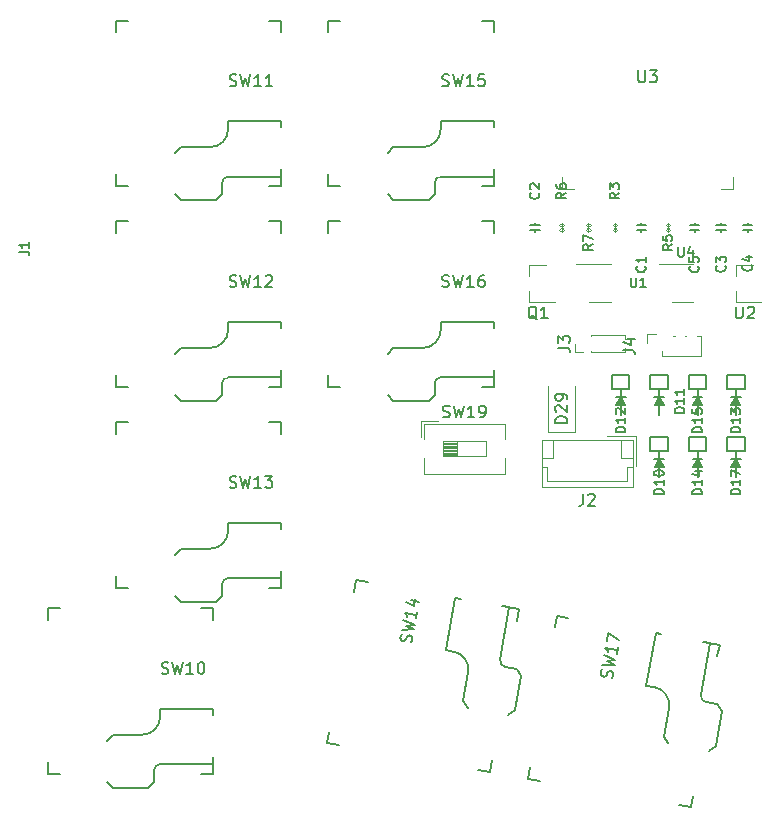
<source format=gbr>
%TF.GenerationSoftware,KiCad,Pcbnew,(5.99.0-11706-g59ad333650)*%
%TF.CreationDate,2021-08-22T22:29:06-05:00*%
%TF.ProjectId,lightwing_prototype,6c696768-7477-4696-9e67-5f70726f746f,rev?*%
%TF.SameCoordinates,Original*%
%TF.FileFunction,Legend,Top*%
%TF.FilePolarity,Positive*%
%FSLAX46Y46*%
G04 Gerber Fmt 4.6, Leading zero omitted, Abs format (unit mm)*
G04 Created by KiCad (PCBNEW (5.99.0-11706-g59ad333650)) date 2021-08-22 22:29:06*
%MOMM*%
%LPD*%
G01*
G04 APERTURE LIST*
%ADD10C,0.150000*%
%ADD11C,0.152400*%
%ADD12C,0.120000*%
%ADD13C,0.160000*%
%ADD14C,0.200000*%
G04 APERTURE END LIST*
D10*
%TO.C,Q1*%
X118154761Y-60797619D02*
X118059523Y-60750000D01*
X117964285Y-60654761D01*
X117821428Y-60511904D01*
X117726190Y-60464285D01*
X117630952Y-60464285D01*
X117678571Y-60702380D02*
X117583333Y-60654761D01*
X117488095Y-60559523D01*
X117440476Y-60369047D01*
X117440476Y-60035714D01*
X117488095Y-59845238D01*
X117583333Y-59750000D01*
X117678571Y-59702380D01*
X117869047Y-59702380D01*
X117964285Y-59750000D01*
X118059523Y-59845238D01*
X118107142Y-60035714D01*
X118107142Y-60369047D01*
X118059523Y-60559523D01*
X117964285Y-60654761D01*
X117869047Y-60702380D01*
X117678571Y-60702380D01*
X119059523Y-60702380D02*
X118488095Y-60702380D01*
X118773809Y-60702380D02*
X118773809Y-59702380D01*
X118678571Y-59845238D01*
X118583333Y-59940476D01*
X118488095Y-59988095D01*
%TO.C,SW19*%
X110190476Y-69044761D02*
X110333333Y-69092380D01*
X110571428Y-69092380D01*
X110666666Y-69044761D01*
X110714285Y-68997142D01*
X110761904Y-68901904D01*
X110761904Y-68806666D01*
X110714285Y-68711428D01*
X110666666Y-68663809D01*
X110571428Y-68616190D01*
X110380952Y-68568571D01*
X110285714Y-68520952D01*
X110238095Y-68473333D01*
X110190476Y-68378095D01*
X110190476Y-68282857D01*
X110238095Y-68187619D01*
X110285714Y-68140000D01*
X110380952Y-68092380D01*
X110619047Y-68092380D01*
X110761904Y-68140000D01*
X111095238Y-68092380D02*
X111333333Y-69092380D01*
X111523809Y-68378095D01*
X111714285Y-69092380D01*
X111952380Y-68092380D01*
X112857142Y-69092380D02*
X112285714Y-69092380D01*
X112571428Y-69092380D02*
X112571428Y-68092380D01*
X112476190Y-68235238D01*
X112380952Y-68330476D01*
X112285714Y-68378095D01*
X113333333Y-69092380D02*
X113523809Y-69092380D01*
X113619047Y-69044761D01*
X113666666Y-68997142D01*
X113761904Y-68854285D01*
X113809523Y-68663809D01*
X113809523Y-68282857D01*
X113761904Y-68187619D01*
X113714285Y-68140000D01*
X113619047Y-68092380D01*
X113428571Y-68092380D01*
X113333333Y-68140000D01*
X113285714Y-68187619D01*
X113238095Y-68282857D01*
X113238095Y-68520952D01*
X113285714Y-68616190D01*
X113333333Y-68663809D01*
X113428571Y-68711428D01*
X113619047Y-68711428D01*
X113714285Y-68663809D01*
X113761904Y-68616190D01*
X113809523Y-68520952D01*
D11*
%TO.C,U4*%
X130130723Y-54654895D02*
X130130723Y-55312876D01*
X130169428Y-55390285D01*
X130208133Y-55428990D01*
X130285542Y-55467695D01*
X130440361Y-55467695D01*
X130517771Y-55428990D01*
X130556476Y-55390285D01*
X130595180Y-55312876D01*
X130595180Y-54654895D01*
X131330571Y-54925828D02*
X131330571Y-55467695D01*
X131137047Y-54616190D02*
X130943523Y-55196761D01*
X131446685Y-55196761D01*
%TO.C,D15*%
X132117695Y-70339416D02*
X131304895Y-70339416D01*
X131304895Y-70145892D01*
X131343600Y-70029778D01*
X131421009Y-69952368D01*
X131498419Y-69913663D01*
X131653238Y-69874959D01*
X131769352Y-69874959D01*
X131924171Y-69913663D01*
X132001580Y-69952368D01*
X132078990Y-70029778D01*
X132117695Y-70145892D01*
X132117695Y-70339416D01*
X132117695Y-69100863D02*
X132117695Y-69565320D01*
X132117695Y-69333092D02*
X131304895Y-69333092D01*
X131421009Y-69410501D01*
X131498419Y-69487911D01*
X131537123Y-69565320D01*
X131304895Y-68365473D02*
X131304895Y-68752520D01*
X131691942Y-68791225D01*
X131653238Y-68752520D01*
X131614533Y-68675111D01*
X131614533Y-68481587D01*
X131653238Y-68404178D01*
X131691942Y-68365473D01*
X131769352Y-68326768D01*
X131962876Y-68326768D01*
X132040285Y-68365473D01*
X132078990Y-68404178D01*
X132117695Y-68481587D01*
X132117695Y-68675111D01*
X132078990Y-68752520D01*
X132040285Y-68791225D01*
D10*
%TO.C,U3*%
X126738095Y-39701380D02*
X126738095Y-40510904D01*
X126785714Y-40606142D01*
X126833333Y-40653761D01*
X126928571Y-40701380D01*
X127119047Y-40701380D01*
X127214285Y-40653761D01*
X127261904Y-40606142D01*
X127309523Y-40510904D01*
X127309523Y-39701380D01*
X127690476Y-39701380D02*
X128309523Y-39701380D01*
X127976190Y-40082333D01*
X128119047Y-40082333D01*
X128214285Y-40129952D01*
X128261904Y-40177571D01*
X128309523Y-40272809D01*
X128309523Y-40510904D01*
X128261904Y-40606142D01*
X128214285Y-40653761D01*
X128119047Y-40701380D01*
X127833333Y-40701380D01*
X127738095Y-40653761D01*
X127690476Y-40606142D01*
%TO.C,SW14*%
X107480199Y-88144049D02*
X107551901Y-88011631D01*
X107593246Y-87777153D01*
X107562888Y-87675093D01*
X107524262Y-87619928D01*
X107438739Y-87556495D01*
X107344948Y-87539957D01*
X107242888Y-87570314D01*
X107187723Y-87608941D01*
X107124290Y-87694463D01*
X107044318Y-87873777D01*
X106980885Y-87959299D01*
X106925720Y-87997926D01*
X106823660Y-88028283D01*
X106729869Y-88011745D01*
X106644347Y-87948312D01*
X106605720Y-87893147D01*
X106575362Y-87791087D01*
X106616707Y-87556609D01*
X106688410Y-87424191D01*
X106699397Y-87087653D02*
X107725549Y-87026823D01*
X107055191Y-86715206D01*
X107791701Y-86651658D01*
X106848238Y-86243532D01*
X107990156Y-85526164D02*
X107890929Y-86088911D01*
X107940542Y-85807537D02*
X106955735Y-85633889D01*
X107079883Y-85752487D01*
X107157137Y-85862816D01*
X107187494Y-85964877D01*
X107482459Y-84566277D02*
X108138997Y-84682043D01*
X107065949Y-84734604D02*
X107728039Y-85093116D01*
X107835535Y-84483473D01*
D11*
%TO.C,D17*%
X135367695Y-75589416D02*
X134554895Y-75589416D01*
X134554895Y-75395892D01*
X134593600Y-75279778D01*
X134671009Y-75202368D01*
X134748419Y-75163663D01*
X134903238Y-75124959D01*
X135019352Y-75124959D01*
X135174171Y-75163663D01*
X135251580Y-75202368D01*
X135328990Y-75279778D01*
X135367695Y-75395892D01*
X135367695Y-75589416D01*
X135367695Y-74350863D02*
X135367695Y-74815320D01*
X135367695Y-74583092D02*
X134554895Y-74583092D01*
X134671009Y-74660501D01*
X134748419Y-74737911D01*
X134787123Y-74815320D01*
X134554895Y-74079930D02*
X134554895Y-73538063D01*
X135367695Y-73886406D01*
D10*
%TO.C,SW17*%
X124480199Y-91144049D02*
X124551901Y-91011631D01*
X124593246Y-90777153D01*
X124562888Y-90675093D01*
X124524262Y-90619928D01*
X124438739Y-90556495D01*
X124344948Y-90539957D01*
X124242888Y-90570314D01*
X124187723Y-90608941D01*
X124124290Y-90694463D01*
X124044318Y-90873777D01*
X123980885Y-90959299D01*
X123925720Y-90997926D01*
X123823660Y-91028283D01*
X123729869Y-91011745D01*
X123644347Y-90948312D01*
X123605720Y-90893147D01*
X123575362Y-90791087D01*
X123616707Y-90556609D01*
X123688410Y-90424191D01*
X123699397Y-90087653D02*
X124725549Y-90026823D01*
X124055191Y-89715206D01*
X124791701Y-89651658D01*
X123848238Y-89243532D01*
X124990156Y-88526164D02*
X124890929Y-89088911D01*
X124940542Y-88807537D02*
X123955735Y-88633889D01*
X124079883Y-88752487D01*
X124157137Y-88862816D01*
X124187494Y-88964877D01*
X124063231Y-88024246D02*
X124178996Y-87367708D01*
X125089384Y-87963416D01*
D11*
%TO.C,C1*%
X127290285Y-56276974D02*
X127328990Y-56315679D01*
X127367695Y-56431793D01*
X127367695Y-56509202D01*
X127328990Y-56625317D01*
X127251580Y-56702726D01*
X127174171Y-56741431D01*
X127019352Y-56780136D01*
X126903238Y-56780136D01*
X126748419Y-56741431D01*
X126671009Y-56702726D01*
X126593600Y-56625317D01*
X126554895Y-56509202D01*
X126554895Y-56431793D01*
X126593600Y-56315679D01*
X126632304Y-56276974D01*
X127367695Y-55502879D02*
X127367695Y-55967336D01*
X127367695Y-55735107D02*
X126554895Y-55735107D01*
X126671009Y-55812517D01*
X126748419Y-55889926D01*
X126787123Y-55967336D01*
%TO.C,D13*%
X135367695Y-70339416D02*
X134554895Y-70339416D01*
X134554895Y-70145892D01*
X134593600Y-70029778D01*
X134671009Y-69952368D01*
X134748419Y-69913663D01*
X134903238Y-69874959D01*
X135019352Y-69874959D01*
X135174171Y-69913663D01*
X135251580Y-69952368D01*
X135328990Y-70029778D01*
X135367695Y-70145892D01*
X135367695Y-70339416D01*
X135367695Y-69100863D02*
X135367695Y-69565320D01*
X135367695Y-69333092D02*
X134554895Y-69333092D01*
X134671009Y-69410501D01*
X134748419Y-69487911D01*
X134787123Y-69565320D01*
X134554895Y-68829930D02*
X134554895Y-68326768D01*
X134864533Y-68597701D01*
X134864533Y-68481587D01*
X134903238Y-68404178D01*
X134941942Y-68365473D01*
X135019352Y-68326768D01*
X135212876Y-68326768D01*
X135290285Y-68365473D01*
X135328990Y-68404178D01*
X135367695Y-68481587D01*
X135367695Y-68713816D01*
X135328990Y-68791225D01*
X135290285Y-68829930D01*
D10*
%TO.C,SW12*%
X92135476Y-57999761D02*
X92278333Y-58047380D01*
X92516428Y-58047380D01*
X92611666Y-57999761D01*
X92659285Y-57952142D01*
X92706904Y-57856904D01*
X92706904Y-57761666D01*
X92659285Y-57666428D01*
X92611666Y-57618809D01*
X92516428Y-57571190D01*
X92325952Y-57523571D01*
X92230714Y-57475952D01*
X92183095Y-57428333D01*
X92135476Y-57333095D01*
X92135476Y-57237857D01*
X92183095Y-57142619D01*
X92230714Y-57095000D01*
X92325952Y-57047380D01*
X92564047Y-57047380D01*
X92706904Y-57095000D01*
X93040238Y-57047380D02*
X93278333Y-58047380D01*
X93468809Y-57333095D01*
X93659285Y-58047380D01*
X93897380Y-57047380D01*
X94802142Y-58047380D02*
X94230714Y-58047380D01*
X94516428Y-58047380D02*
X94516428Y-57047380D01*
X94421190Y-57190238D01*
X94325952Y-57285476D01*
X94230714Y-57333095D01*
X95183095Y-57142619D02*
X95230714Y-57095000D01*
X95325952Y-57047380D01*
X95564047Y-57047380D01*
X95659285Y-57095000D01*
X95706904Y-57142619D01*
X95754523Y-57237857D01*
X95754523Y-57333095D01*
X95706904Y-57475952D01*
X95135476Y-58047380D01*
X95754523Y-58047380D01*
%TO.C,J2*%
X122066666Y-75552380D02*
X122066666Y-76266666D01*
X122019047Y-76409523D01*
X121923809Y-76504761D01*
X121780952Y-76552380D01*
X121685714Y-76552380D01*
X122495238Y-75647619D02*
X122542857Y-75600000D01*
X122638095Y-75552380D01*
X122876190Y-75552380D01*
X122971428Y-75600000D01*
X123019047Y-75647619D01*
X123066666Y-75742857D01*
X123066666Y-75838095D01*
X123019047Y-75980952D01*
X122447619Y-76552380D01*
X123066666Y-76552380D01*
D11*
%TO.C,D11*%
X130617695Y-68707416D02*
X129804895Y-68707416D01*
X129804895Y-68513892D01*
X129843600Y-68397778D01*
X129921009Y-68320368D01*
X129998419Y-68281663D01*
X130153238Y-68242959D01*
X130269352Y-68242959D01*
X130424171Y-68281663D01*
X130501580Y-68320368D01*
X130578990Y-68397778D01*
X130617695Y-68513892D01*
X130617695Y-68707416D01*
X130617695Y-67468863D02*
X130617695Y-67933320D01*
X130617695Y-67701092D02*
X129804895Y-67701092D01*
X129921009Y-67778501D01*
X129998419Y-67855911D01*
X130037123Y-67933320D01*
X130617695Y-66694768D02*
X130617695Y-67159225D01*
X130617695Y-66926997D02*
X129804895Y-66926997D01*
X129921009Y-67004406D01*
X129998419Y-67081816D01*
X130037123Y-67159225D01*
%TO.C,R3*%
X125117695Y-50059959D02*
X124730647Y-50330892D01*
X125117695Y-50524416D02*
X124304895Y-50524416D01*
X124304895Y-50214778D01*
X124343600Y-50137368D01*
X124382304Y-50098663D01*
X124459714Y-50059959D01*
X124575828Y-50059959D01*
X124653238Y-50098663D01*
X124691942Y-50137368D01*
X124730647Y-50214778D01*
X124730647Y-50524416D01*
X124304895Y-49789025D02*
X124304895Y-49285863D01*
X124614533Y-49556797D01*
X124614533Y-49440682D01*
X124653238Y-49363273D01*
X124691942Y-49324568D01*
X124769352Y-49285863D01*
X124962876Y-49285863D01*
X125040285Y-49324568D01*
X125078990Y-49363273D01*
X125117695Y-49440682D01*
X125117695Y-49672911D01*
X125078990Y-49750320D01*
X125040285Y-49789025D01*
D10*
%TO.C,SW13*%
X92135476Y-74999761D02*
X92278333Y-75047380D01*
X92516428Y-75047380D01*
X92611666Y-74999761D01*
X92659285Y-74952142D01*
X92706904Y-74856904D01*
X92706904Y-74761666D01*
X92659285Y-74666428D01*
X92611666Y-74618809D01*
X92516428Y-74571190D01*
X92325952Y-74523571D01*
X92230714Y-74475952D01*
X92183095Y-74428333D01*
X92135476Y-74333095D01*
X92135476Y-74237857D01*
X92183095Y-74142619D01*
X92230714Y-74095000D01*
X92325952Y-74047380D01*
X92564047Y-74047380D01*
X92706904Y-74095000D01*
X93040238Y-74047380D02*
X93278333Y-75047380D01*
X93468809Y-74333095D01*
X93659285Y-75047380D01*
X93897380Y-74047380D01*
X94802142Y-75047380D02*
X94230714Y-75047380D01*
X94516428Y-75047380D02*
X94516428Y-74047380D01*
X94421190Y-74190238D01*
X94325952Y-74285476D01*
X94230714Y-74333095D01*
X95135476Y-74047380D02*
X95754523Y-74047380D01*
X95421190Y-74428333D01*
X95564047Y-74428333D01*
X95659285Y-74475952D01*
X95706904Y-74523571D01*
X95754523Y-74618809D01*
X95754523Y-74856904D01*
X95706904Y-74952142D01*
X95659285Y-74999761D01*
X95564047Y-75047380D01*
X95278333Y-75047380D01*
X95183095Y-74999761D01*
X95135476Y-74952142D01*
D11*
%TO.C,R7*%
X122867695Y-54423959D02*
X122480647Y-54694892D01*
X122867695Y-54888416D02*
X122054895Y-54888416D01*
X122054895Y-54578778D01*
X122093600Y-54501368D01*
X122132304Y-54462663D01*
X122209714Y-54423959D01*
X122325828Y-54423959D01*
X122403238Y-54462663D01*
X122441942Y-54501368D01*
X122480647Y-54578778D01*
X122480647Y-54888416D01*
X122054895Y-54153025D02*
X122054895Y-53611159D01*
X122867695Y-53959501D01*
D10*
%TO.C,J4*%
X125452380Y-63373333D02*
X126166666Y-63373333D01*
X126309523Y-63420952D01*
X126404761Y-63516190D01*
X126452380Y-63659047D01*
X126452380Y-63754285D01*
X125785714Y-62468571D02*
X126452380Y-62468571D01*
X125404761Y-62706666D02*
X126119047Y-62944761D01*
X126119047Y-62325714D01*
%TO.C,SW10*%
X86385476Y-90749761D02*
X86528333Y-90797380D01*
X86766428Y-90797380D01*
X86861666Y-90749761D01*
X86909285Y-90702142D01*
X86956904Y-90606904D01*
X86956904Y-90511666D01*
X86909285Y-90416428D01*
X86861666Y-90368809D01*
X86766428Y-90321190D01*
X86575952Y-90273571D01*
X86480714Y-90225952D01*
X86433095Y-90178333D01*
X86385476Y-90083095D01*
X86385476Y-89987857D01*
X86433095Y-89892619D01*
X86480714Y-89845000D01*
X86575952Y-89797380D01*
X86814047Y-89797380D01*
X86956904Y-89845000D01*
X87290238Y-89797380D02*
X87528333Y-90797380D01*
X87718809Y-90083095D01*
X87909285Y-90797380D01*
X88147380Y-89797380D01*
X89052142Y-90797380D02*
X88480714Y-90797380D01*
X88766428Y-90797380D02*
X88766428Y-89797380D01*
X88671190Y-89940238D01*
X88575952Y-90035476D01*
X88480714Y-90083095D01*
X89671190Y-89797380D02*
X89766428Y-89797380D01*
X89861666Y-89845000D01*
X89909285Y-89892619D01*
X89956904Y-89987857D01*
X90004523Y-90178333D01*
X90004523Y-90416428D01*
X89956904Y-90606904D01*
X89909285Y-90702142D01*
X89861666Y-90749761D01*
X89766428Y-90797380D01*
X89671190Y-90797380D01*
X89575952Y-90749761D01*
X89528333Y-90702142D01*
X89480714Y-90606904D01*
X89433095Y-90416428D01*
X89433095Y-90178333D01*
X89480714Y-89987857D01*
X89528333Y-89892619D01*
X89575952Y-89845000D01*
X89671190Y-89797380D01*
%TO.C,SW11*%
X92135476Y-40999761D02*
X92278333Y-41047380D01*
X92516428Y-41047380D01*
X92611666Y-40999761D01*
X92659285Y-40952142D01*
X92706904Y-40856904D01*
X92706904Y-40761666D01*
X92659285Y-40666428D01*
X92611666Y-40618809D01*
X92516428Y-40571190D01*
X92325952Y-40523571D01*
X92230714Y-40475952D01*
X92183095Y-40428333D01*
X92135476Y-40333095D01*
X92135476Y-40237857D01*
X92183095Y-40142619D01*
X92230714Y-40095000D01*
X92325952Y-40047380D01*
X92564047Y-40047380D01*
X92706904Y-40095000D01*
X93040238Y-40047380D02*
X93278333Y-41047380D01*
X93468809Y-40333095D01*
X93659285Y-41047380D01*
X93897380Y-40047380D01*
X94802142Y-41047380D02*
X94230714Y-41047380D01*
X94516428Y-41047380D02*
X94516428Y-40047380D01*
X94421190Y-40190238D01*
X94325952Y-40285476D01*
X94230714Y-40333095D01*
X95754523Y-41047380D02*
X95183095Y-41047380D01*
X95468809Y-41047380D02*
X95468809Y-40047380D01*
X95373571Y-40190238D01*
X95278333Y-40285476D01*
X95183095Y-40333095D01*
%TO.C,SW16*%
X110135476Y-57999761D02*
X110278333Y-58047380D01*
X110516428Y-58047380D01*
X110611666Y-57999761D01*
X110659285Y-57952142D01*
X110706904Y-57856904D01*
X110706904Y-57761666D01*
X110659285Y-57666428D01*
X110611666Y-57618809D01*
X110516428Y-57571190D01*
X110325952Y-57523571D01*
X110230714Y-57475952D01*
X110183095Y-57428333D01*
X110135476Y-57333095D01*
X110135476Y-57237857D01*
X110183095Y-57142619D01*
X110230714Y-57095000D01*
X110325952Y-57047380D01*
X110564047Y-57047380D01*
X110706904Y-57095000D01*
X111040238Y-57047380D02*
X111278333Y-58047380D01*
X111468809Y-57333095D01*
X111659285Y-58047380D01*
X111897380Y-57047380D01*
X112802142Y-58047380D02*
X112230714Y-58047380D01*
X112516428Y-58047380D02*
X112516428Y-57047380D01*
X112421190Y-57190238D01*
X112325952Y-57285476D01*
X112230714Y-57333095D01*
X113659285Y-57047380D02*
X113468809Y-57047380D01*
X113373571Y-57095000D01*
X113325952Y-57142619D01*
X113230714Y-57285476D01*
X113183095Y-57475952D01*
X113183095Y-57856904D01*
X113230714Y-57952142D01*
X113278333Y-57999761D01*
X113373571Y-58047380D01*
X113564047Y-58047380D01*
X113659285Y-57999761D01*
X113706904Y-57952142D01*
X113754523Y-57856904D01*
X113754523Y-57618809D01*
X113706904Y-57523571D01*
X113659285Y-57475952D01*
X113564047Y-57428333D01*
X113373571Y-57428333D01*
X113278333Y-57475952D01*
X113230714Y-57523571D01*
X113183095Y-57618809D01*
D11*
%TO.C,C5*%
X131790285Y-56277974D02*
X131828990Y-56316679D01*
X131867695Y-56432793D01*
X131867695Y-56510202D01*
X131828990Y-56626317D01*
X131751580Y-56703726D01*
X131674171Y-56742431D01*
X131519352Y-56781136D01*
X131403238Y-56781136D01*
X131248419Y-56742431D01*
X131171009Y-56703726D01*
X131093600Y-56626317D01*
X131054895Y-56510202D01*
X131054895Y-56432793D01*
X131093600Y-56316679D01*
X131132304Y-56277974D01*
X131054895Y-55542583D02*
X131054895Y-55929631D01*
X131441942Y-55968336D01*
X131403238Y-55929631D01*
X131364533Y-55852221D01*
X131364533Y-55658698D01*
X131403238Y-55581288D01*
X131441942Y-55542583D01*
X131519352Y-55503879D01*
X131712876Y-55503879D01*
X131790285Y-55542583D01*
X131828990Y-55581288D01*
X131867695Y-55658698D01*
X131867695Y-55852221D01*
X131828990Y-55929631D01*
X131790285Y-55968336D01*
%TO.C,D12*%
X125617695Y-70339416D02*
X124804895Y-70339416D01*
X124804895Y-70145892D01*
X124843600Y-70029778D01*
X124921009Y-69952368D01*
X124998419Y-69913663D01*
X125153238Y-69874959D01*
X125269352Y-69874959D01*
X125424171Y-69913663D01*
X125501580Y-69952368D01*
X125578990Y-70029778D01*
X125617695Y-70145892D01*
X125617695Y-70339416D01*
X125617695Y-69100863D02*
X125617695Y-69565320D01*
X125617695Y-69333092D02*
X124804895Y-69333092D01*
X124921009Y-69410501D01*
X124998419Y-69487911D01*
X125037123Y-69565320D01*
X124882304Y-68791225D02*
X124843600Y-68752520D01*
X124804895Y-68675111D01*
X124804895Y-68481587D01*
X124843600Y-68404178D01*
X124882304Y-68365473D01*
X124959714Y-68326768D01*
X125037123Y-68326768D01*
X125153238Y-68365473D01*
X125617695Y-68829930D01*
X125617695Y-68326768D01*
D10*
%TO.C,J3*%
X119942380Y-63173333D02*
X120656666Y-63173333D01*
X120799523Y-63220952D01*
X120894761Y-63316190D01*
X120942380Y-63459047D01*
X120942380Y-63554285D01*
X119942380Y-62792380D02*
X119942380Y-62173333D01*
X120323333Y-62506666D01*
X120323333Y-62363809D01*
X120370952Y-62268571D01*
X120418571Y-62220952D01*
X120513809Y-62173333D01*
X120751904Y-62173333D01*
X120847142Y-62220952D01*
X120894761Y-62268571D01*
X120942380Y-62363809D01*
X120942380Y-62649523D01*
X120894761Y-62744761D01*
X120847142Y-62792380D01*
D11*
%TO.C,R5*%
X129617695Y-54424959D02*
X129230647Y-54695892D01*
X129617695Y-54889416D02*
X128804895Y-54889416D01*
X128804895Y-54579778D01*
X128843600Y-54502368D01*
X128882304Y-54463663D01*
X128959714Y-54424959D01*
X129075828Y-54424959D01*
X129153238Y-54463663D01*
X129191942Y-54502368D01*
X129230647Y-54579778D01*
X129230647Y-54889416D01*
X128804895Y-53689568D02*
X128804895Y-54076616D01*
X129191942Y-54115320D01*
X129153238Y-54076616D01*
X129114533Y-53999206D01*
X129114533Y-53805682D01*
X129153238Y-53728273D01*
X129191942Y-53689568D01*
X129269352Y-53650863D01*
X129462876Y-53650863D01*
X129540285Y-53689568D01*
X129578990Y-53728273D01*
X129617695Y-53805682D01*
X129617695Y-53999206D01*
X129578990Y-54076616D01*
X129540285Y-54115320D01*
%TO.C,D14*%
X132117695Y-75589416D02*
X131304895Y-75589416D01*
X131304895Y-75395892D01*
X131343600Y-75279778D01*
X131421009Y-75202368D01*
X131498419Y-75163663D01*
X131653238Y-75124959D01*
X131769352Y-75124959D01*
X131924171Y-75163663D01*
X132001580Y-75202368D01*
X132078990Y-75279778D01*
X132117695Y-75395892D01*
X132117695Y-75589416D01*
X132117695Y-74350863D02*
X132117695Y-74815320D01*
X132117695Y-74583092D02*
X131304895Y-74583092D01*
X131421009Y-74660501D01*
X131498419Y-74737911D01*
X131537123Y-74815320D01*
X131575828Y-73654178D02*
X132117695Y-73654178D01*
X131266190Y-73847701D02*
X131846761Y-74041225D01*
X131846761Y-73538063D01*
%TO.C,C3*%
X134040285Y-56241959D02*
X134078990Y-56280663D01*
X134117695Y-56396778D01*
X134117695Y-56474187D01*
X134078990Y-56590301D01*
X134001580Y-56667711D01*
X133924171Y-56706416D01*
X133769352Y-56745120D01*
X133653238Y-56745120D01*
X133498419Y-56706416D01*
X133421009Y-56667711D01*
X133343600Y-56590301D01*
X133304895Y-56474187D01*
X133304895Y-56396778D01*
X133343600Y-56280663D01*
X133382304Y-56241959D01*
X133304895Y-55971025D02*
X133304895Y-55467863D01*
X133614533Y-55738797D01*
X133614533Y-55622682D01*
X133653238Y-55545273D01*
X133691942Y-55506568D01*
X133769352Y-55467863D01*
X133962876Y-55467863D01*
X134040285Y-55506568D01*
X134078990Y-55545273D01*
X134117695Y-55622682D01*
X134117695Y-55854911D01*
X134078990Y-55932320D01*
X134040285Y-55971025D01*
D10*
%TO.C,SW15*%
X110135476Y-40999761D02*
X110278333Y-41047380D01*
X110516428Y-41047380D01*
X110611666Y-40999761D01*
X110659285Y-40952142D01*
X110706904Y-40856904D01*
X110706904Y-40761666D01*
X110659285Y-40666428D01*
X110611666Y-40618809D01*
X110516428Y-40571190D01*
X110325952Y-40523571D01*
X110230714Y-40475952D01*
X110183095Y-40428333D01*
X110135476Y-40333095D01*
X110135476Y-40237857D01*
X110183095Y-40142619D01*
X110230714Y-40095000D01*
X110325952Y-40047380D01*
X110564047Y-40047380D01*
X110706904Y-40095000D01*
X111040238Y-40047380D02*
X111278333Y-41047380D01*
X111468809Y-40333095D01*
X111659285Y-41047380D01*
X111897380Y-40047380D01*
X112802142Y-41047380D02*
X112230714Y-41047380D01*
X112516428Y-41047380D02*
X112516428Y-40047380D01*
X112421190Y-40190238D01*
X112325952Y-40285476D01*
X112230714Y-40333095D01*
X113706904Y-40047380D02*
X113230714Y-40047380D01*
X113183095Y-40523571D01*
X113230714Y-40475952D01*
X113325952Y-40428333D01*
X113564047Y-40428333D01*
X113659285Y-40475952D01*
X113706904Y-40523571D01*
X113754523Y-40618809D01*
X113754523Y-40856904D01*
X113706904Y-40952142D01*
X113659285Y-40999761D01*
X113564047Y-41047380D01*
X113325952Y-41047380D01*
X113230714Y-40999761D01*
X113183095Y-40952142D01*
D11*
%TO.C,U1*%
X126080723Y-57254895D02*
X126080723Y-57912876D01*
X126119428Y-57990285D01*
X126158133Y-58028990D01*
X126235542Y-58067695D01*
X126390361Y-58067695D01*
X126467771Y-58028990D01*
X126506476Y-57990285D01*
X126545180Y-57912876D01*
X126545180Y-57254895D01*
X127357980Y-58067695D02*
X126893523Y-58067695D01*
X127125752Y-58067695D02*
X127125752Y-57254895D01*
X127048342Y-57371009D01*
X126970933Y-57448419D01*
X126893523Y-57487123D01*
D10*
%TO.C,U2*%
X134988095Y-59702380D02*
X134988095Y-60511904D01*
X135035714Y-60607142D01*
X135083333Y-60654761D01*
X135178571Y-60702380D01*
X135369047Y-60702380D01*
X135464285Y-60654761D01*
X135511904Y-60607142D01*
X135559523Y-60511904D01*
X135559523Y-59702380D01*
X135988095Y-59797619D02*
X136035714Y-59750000D01*
X136130952Y-59702380D01*
X136369047Y-59702380D01*
X136464285Y-59750000D01*
X136511904Y-59797619D01*
X136559523Y-59892857D01*
X136559523Y-59988095D01*
X136511904Y-60130952D01*
X135940476Y-60702380D01*
X136559523Y-60702380D01*
D11*
%TO.C,J1*%
X74341115Y-55070933D02*
X74921686Y-55070933D01*
X75037800Y-55109638D01*
X75115210Y-55187047D01*
X75153915Y-55303161D01*
X75153915Y-55380571D01*
X75153915Y-54258133D02*
X75153915Y-54722590D01*
X75153915Y-54490361D02*
X74341115Y-54490361D01*
X74457229Y-54567771D01*
X74534639Y-54645180D01*
X74573343Y-54722590D01*
D10*
%TO.C,D29*%
X120702380Y-69564285D02*
X119702380Y-69564285D01*
X119702380Y-69326190D01*
X119750000Y-69183333D01*
X119845238Y-69088095D01*
X119940476Y-69040476D01*
X120130952Y-68992857D01*
X120273809Y-68992857D01*
X120464285Y-69040476D01*
X120559523Y-69088095D01*
X120654761Y-69183333D01*
X120702380Y-69326190D01*
X120702380Y-69564285D01*
X119797619Y-68611904D02*
X119750000Y-68564285D01*
X119702380Y-68469047D01*
X119702380Y-68230952D01*
X119750000Y-68135714D01*
X119797619Y-68088095D01*
X119892857Y-68040476D01*
X119988095Y-68040476D01*
X120130952Y-68088095D01*
X120702380Y-68659523D01*
X120702380Y-68040476D01*
X120702380Y-67564285D02*
X120702380Y-67373809D01*
X120654761Y-67278571D01*
X120607142Y-67230952D01*
X120464285Y-67135714D01*
X120273809Y-67088095D01*
X119892857Y-67088095D01*
X119797619Y-67135714D01*
X119750000Y-67183333D01*
X119702380Y-67278571D01*
X119702380Y-67469047D01*
X119750000Y-67564285D01*
X119797619Y-67611904D01*
X119892857Y-67659523D01*
X120130952Y-67659523D01*
X120226190Y-67611904D01*
X120273809Y-67564285D01*
X120321428Y-67469047D01*
X120321428Y-67278571D01*
X120273809Y-67183333D01*
X120226190Y-67135714D01*
X120130952Y-67088095D01*
D11*
%TO.C,C4*%
X136290285Y-56176974D02*
X136328990Y-56215679D01*
X136367695Y-56331793D01*
X136367695Y-56409202D01*
X136328990Y-56525317D01*
X136251580Y-56602726D01*
X136174171Y-56641431D01*
X136019352Y-56680136D01*
X135903238Y-56680136D01*
X135748419Y-56641431D01*
X135671009Y-56602726D01*
X135593600Y-56525317D01*
X135554895Y-56409202D01*
X135554895Y-56331793D01*
X135593600Y-56215679D01*
X135632304Y-56176974D01*
X135825828Y-55480288D02*
X136367695Y-55480288D01*
X135516190Y-55673812D02*
X136096761Y-55867336D01*
X136096761Y-55364174D01*
%TO.C,D10*%
X128867695Y-75589416D02*
X128054895Y-75589416D01*
X128054895Y-75395892D01*
X128093600Y-75279778D01*
X128171009Y-75202368D01*
X128248419Y-75163663D01*
X128403238Y-75124959D01*
X128519352Y-75124959D01*
X128674171Y-75163663D01*
X128751580Y-75202368D01*
X128828990Y-75279778D01*
X128867695Y-75395892D01*
X128867695Y-75589416D01*
X128867695Y-74350863D02*
X128867695Y-74815320D01*
X128867695Y-74583092D02*
X128054895Y-74583092D01*
X128171009Y-74660501D01*
X128248419Y-74737911D01*
X128287123Y-74815320D01*
X128054895Y-73847701D02*
X128054895Y-73770292D01*
X128093600Y-73692882D01*
X128132304Y-73654178D01*
X128209714Y-73615473D01*
X128364533Y-73576768D01*
X128558057Y-73576768D01*
X128712876Y-73615473D01*
X128790285Y-73654178D01*
X128828990Y-73692882D01*
X128867695Y-73770292D01*
X128867695Y-73847701D01*
X128828990Y-73925111D01*
X128790285Y-73963816D01*
X128712876Y-74002520D01*
X128558057Y-74041225D01*
X128364533Y-74041225D01*
X128209714Y-74002520D01*
X128132304Y-73963816D01*
X128093600Y-73925111D01*
X128054895Y-73847701D01*
%TO.C,R6*%
X120617695Y-50059959D02*
X120230647Y-50330892D01*
X120617695Y-50524416D02*
X119804895Y-50524416D01*
X119804895Y-50214778D01*
X119843600Y-50137368D01*
X119882304Y-50098663D01*
X119959714Y-50059959D01*
X120075828Y-50059959D01*
X120153238Y-50098663D01*
X120191942Y-50137368D01*
X120230647Y-50214778D01*
X120230647Y-50524416D01*
X119804895Y-49363273D02*
X119804895Y-49518092D01*
X119843600Y-49595501D01*
X119882304Y-49634206D01*
X119998419Y-49711616D01*
X120153238Y-49750320D01*
X120462876Y-49750320D01*
X120540285Y-49711616D01*
X120578990Y-49672911D01*
X120617695Y-49595501D01*
X120617695Y-49440682D01*
X120578990Y-49363273D01*
X120540285Y-49324568D01*
X120462876Y-49285863D01*
X120269352Y-49285863D01*
X120191942Y-49324568D01*
X120153238Y-49363273D01*
X120114533Y-49440682D01*
X120114533Y-49595501D01*
X120153238Y-49672911D01*
X120191942Y-49711616D01*
X120269352Y-49750320D01*
%TO.C,C2*%
X118290285Y-50059959D02*
X118328990Y-50098663D01*
X118367695Y-50214778D01*
X118367695Y-50292187D01*
X118328990Y-50408301D01*
X118251580Y-50485711D01*
X118174171Y-50524416D01*
X118019352Y-50563120D01*
X117903238Y-50563120D01*
X117748419Y-50524416D01*
X117671009Y-50485711D01*
X117593600Y-50408301D01*
X117554895Y-50292187D01*
X117554895Y-50214778D01*
X117593600Y-50098663D01*
X117632304Y-50059959D01*
X117632304Y-49750320D02*
X117593600Y-49711616D01*
X117554895Y-49634206D01*
X117554895Y-49440682D01*
X117593600Y-49363273D01*
X117632304Y-49324568D01*
X117709714Y-49285863D01*
X117787123Y-49285863D01*
X117903238Y-49324568D01*
X118367695Y-49789025D01*
X118367695Y-49285863D01*
D12*
%TO.C,Q1*%
X117490000Y-56170000D02*
X117490000Y-57100000D01*
X117490000Y-56170000D02*
X118950000Y-56170000D01*
X117490000Y-59330000D02*
X119650000Y-59330000D01*
X117490000Y-59330000D02*
X117490000Y-58400000D01*
%TO.C,SW19*%
X115410000Y-72550000D02*
X115410000Y-73860000D01*
X113810000Y-72385000D02*
X113810000Y-71115000D01*
X108590000Y-73860000D02*
X115410000Y-73860000D01*
X108590000Y-69640000D02*
X108590000Y-70950000D01*
X110190000Y-72385000D02*
X113810000Y-72385000D01*
X108350000Y-69400000D02*
X109733000Y-69400000D01*
X110190000Y-71475000D02*
X111396667Y-71475000D01*
X110190000Y-71955000D02*
X111396667Y-71955000D01*
X110190000Y-71235000D02*
X111396667Y-71235000D01*
X110190000Y-72075000D02*
X111396667Y-72075000D01*
X108590000Y-72550000D02*
X108590000Y-73860000D01*
X110190000Y-71355000D02*
X111396667Y-71355000D01*
X110190000Y-71715000D02*
X111396667Y-71715000D01*
X108350000Y-69400000D02*
X108350000Y-70783000D01*
X115410000Y-69640000D02*
X115410000Y-70950000D01*
X111396667Y-71115000D02*
X111396667Y-72385000D01*
X110190000Y-71595000D02*
X111396667Y-71595000D01*
X110190000Y-72195000D02*
X111396667Y-72195000D01*
X108590000Y-69640000D02*
X115410000Y-69640000D01*
X110190000Y-72315000D02*
X111396667Y-72315000D01*
X113810000Y-71115000D02*
X110190000Y-71115000D01*
X110190000Y-71115000D02*
X110190000Y-72385000D01*
X110190000Y-71835000D02*
X111396667Y-71835000D01*
%TO.C,U4*%
X131400000Y-56140000D02*
X128450000Y-56140000D01*
X129600000Y-59360000D02*
X131400000Y-59360000D01*
D13*
%TO.C,D15*%
X131369000Y-68004000D02*
X131750000Y-67369000D01*
X131750000Y-67369000D02*
X132131000Y-68004000D01*
X132131000Y-68004000D02*
X131369000Y-68004000D01*
G36*
X132131000Y-68004000D02*
G01*
X131369000Y-68004000D01*
X131750000Y-67369000D01*
X132131000Y-68004000D01*
G37*
X132131000Y-68004000D02*
X131369000Y-68004000D01*
X131750000Y-67369000D01*
X132131000Y-68004000D01*
X132131000Y-68004000D02*
X131369000Y-68004000D01*
X131369000Y-68004000D02*
X131750000Y-67369000D01*
X131750000Y-67369000D02*
X132131000Y-68004000D01*
X132156400Y-67369000D02*
X131343600Y-67369000D01*
X131750000Y-68004000D02*
X131750000Y-68867600D01*
X131750000Y-66708600D02*
X131750000Y-67369000D01*
X131750000Y-66708600D02*
X131750000Y-67369000D01*
X132486600Y-66683200D02*
X131013400Y-66683200D01*
X131750000Y-67369000D02*
X132131000Y-68004000D01*
X132156400Y-67369000D02*
X131343600Y-67369000D01*
X132486600Y-65514800D02*
X132486600Y-66683200D01*
X132131000Y-68004000D02*
X131369000Y-68004000D01*
X131013400Y-65514800D02*
X132486600Y-65514800D01*
X131013400Y-66683200D02*
X131013400Y-65514800D01*
D12*
%TO.C,U3*%
X134750000Y-48749000D02*
X134750000Y-49749000D01*
X133750000Y-49749000D02*
X134750000Y-49749000D01*
X120250000Y-48749000D02*
X120250000Y-49749000D01*
X121250000Y-49749000D02*
X120250000Y-49749000D01*
D10*
%TO.C,SW14*%
X111192749Y-84366818D02*
X111685153Y-84453642D01*
X110411332Y-88798453D02*
X111192749Y-84366818D01*
X100390808Y-96678117D02*
X100564457Y-95693309D01*
X116314951Y-93901127D02*
X116835896Y-90946703D01*
X116609192Y-85321883D02*
X116435543Y-86306691D01*
X115821345Y-85182964D02*
X115039929Y-89614599D01*
X115624384Y-85148235D02*
X116609192Y-85321883D01*
X114351765Y-98124384D02*
X114178117Y-99109192D01*
X115445508Y-90193827D02*
X116430316Y-90367475D01*
X111100698Y-88920007D02*
X110411332Y-88798453D01*
X101375616Y-96851765D02*
X100390808Y-96678117D01*
X114178117Y-99109192D02*
X113193309Y-98935543D01*
X112288896Y-93698938D02*
X111883316Y-93119710D01*
X102821883Y-82890808D02*
X103806691Y-83064457D01*
X102648235Y-83875616D02*
X102821883Y-82890808D01*
X115230461Y-85078776D02*
X115821345Y-85182964D01*
X111883316Y-93119710D02*
X112317437Y-90657691D01*
X115735723Y-94306706D02*
X116314951Y-93901127D01*
X116835896Y-90946703D02*
X116430316Y-90367475D01*
X115039928Y-89614599D02*
G75*
G03*
X115445508Y-90193827I492404J-86824D01*
G01*
X112317436Y-90657691D02*
G75*
G03*
X111100698Y-88920007I-1477211J260473D01*
G01*
D13*
%TO.C,D17*%
X134619000Y-73254000D02*
X135000000Y-72619000D01*
X135000000Y-72619000D02*
X135381000Y-73254000D01*
X135381000Y-73254000D02*
X134619000Y-73254000D01*
G36*
X135381000Y-73254000D02*
G01*
X134619000Y-73254000D01*
X135000000Y-72619000D01*
X135381000Y-73254000D01*
G37*
X135381000Y-73254000D02*
X134619000Y-73254000D01*
X135000000Y-72619000D01*
X135381000Y-73254000D01*
X135406400Y-72619000D02*
X134593600Y-72619000D01*
X134263400Y-70764800D02*
X135736600Y-70764800D01*
X135000000Y-72619000D02*
X135381000Y-73254000D01*
X135381000Y-73254000D02*
X134619000Y-73254000D01*
X135381000Y-73254000D02*
X134619000Y-73254000D01*
X135406400Y-72619000D02*
X134593600Y-72619000D01*
X134263400Y-71933200D02*
X134263400Y-70764800D01*
X134619000Y-73254000D02*
X135000000Y-72619000D01*
X135736600Y-70764800D02*
X135736600Y-71933200D01*
X135000000Y-71958600D02*
X135000000Y-72619000D01*
X135000000Y-73254000D02*
X135000000Y-74117600D01*
X135736600Y-71933200D02*
X134263400Y-71933200D01*
X135000000Y-71958600D02*
X135000000Y-72619000D01*
X135000000Y-72619000D02*
X135381000Y-73254000D01*
D10*
%TO.C,SW17*%
X131178117Y-102109192D02*
X130193309Y-101935543D01*
X128883316Y-96119710D02*
X129317437Y-93657691D01*
X119648235Y-86875616D02*
X119821883Y-85890808D01*
X119821883Y-85890808D02*
X120806691Y-86064457D01*
X128192749Y-87366818D02*
X128685153Y-87453642D01*
X132445508Y-93193827D02*
X133430316Y-93367475D01*
X128100698Y-91920007D02*
X127411332Y-91798453D01*
X117390808Y-99678117D02*
X117564457Y-98693309D01*
X133609192Y-88321883D02*
X133435543Y-89306691D01*
X118375616Y-99851765D02*
X117390808Y-99678117D01*
X127411332Y-91798453D02*
X128192749Y-87366818D01*
X129288896Y-96698938D02*
X128883316Y-96119710D01*
X132735723Y-97306706D02*
X133314951Y-96901127D01*
X132821345Y-88182964D02*
X132039929Y-92614599D01*
X132624384Y-88148235D02*
X133609192Y-88321883D01*
X132230461Y-88078776D02*
X132821345Y-88182964D01*
X131351765Y-101124384D02*
X131178117Y-102109192D01*
X133835896Y-93946703D02*
X133430316Y-93367475D01*
X133314951Y-96901127D02*
X133835896Y-93946703D01*
X132039928Y-92614599D02*
G75*
G03*
X132445508Y-93193827I492404J-86824D01*
G01*
X129317436Y-93657691D02*
G75*
G03*
X128100698Y-91920007I-1477211J260473D01*
G01*
D14*
%TO.C,C1*%
X127400000Y-52799000D02*
X126600000Y-52799000D01*
X127400000Y-53199000D02*
X126600000Y-53199000D01*
X127000000Y-53199000D02*
X127000000Y-53399000D01*
X127000000Y-52599000D02*
X127000000Y-52799000D01*
D13*
%TO.C,D13*%
X135736600Y-66683200D02*
X134263400Y-66683200D01*
X135381000Y-68004000D02*
X134619000Y-68004000D01*
X134619000Y-68004000D02*
X135000000Y-67369000D01*
X134263400Y-65514800D02*
X135736600Y-65514800D01*
X135000000Y-67369000D02*
X135381000Y-68004000D01*
X134263400Y-66683200D02*
X134263400Y-65514800D01*
X135000000Y-66708600D02*
X135000000Y-67369000D01*
X135000000Y-67369000D02*
X135381000Y-68004000D01*
X135406400Y-67369000D02*
X134593600Y-67369000D01*
X135381000Y-68004000D02*
X134619000Y-68004000D01*
X135736600Y-65514800D02*
X135736600Y-66683200D01*
X135000000Y-66708600D02*
X135000000Y-67369000D01*
X135406400Y-67369000D02*
X134593600Y-67369000D01*
X135000000Y-68004000D02*
X135000000Y-68867600D01*
X134619000Y-68004000D02*
X135000000Y-67369000D01*
X135000000Y-67369000D02*
X135381000Y-68004000D01*
X135381000Y-68004000D02*
X134619000Y-68004000D01*
G36*
X135381000Y-68004000D02*
G01*
X134619000Y-68004000D01*
X135000000Y-67369000D01*
X135381000Y-68004000D01*
G37*
X135381000Y-68004000D02*
X134619000Y-68004000D01*
X135000000Y-67369000D01*
X135381000Y-68004000D01*
D10*
%TO.C,SW12*%
X96500000Y-65500000D02*
X96500000Y-66500000D01*
X96500000Y-65700000D02*
X92000000Y-65700000D01*
X91000000Y-67700000D02*
X91500000Y-67200000D01*
X82500000Y-53500000D02*
X82500000Y-52500000D01*
X82500000Y-52500000D02*
X83500000Y-52500000D01*
X87500000Y-63700000D02*
X88000000Y-63200000D01*
X87500000Y-67200000D02*
X88000000Y-67700000D01*
X95500000Y-52500000D02*
X96500000Y-52500000D01*
X83500000Y-66500000D02*
X82500000Y-66500000D01*
X91500000Y-66200000D02*
X91500000Y-67200000D01*
X92000000Y-61700000D02*
X92000000Y-61000000D01*
X96500000Y-65100000D02*
X96500000Y-65700000D01*
X96500000Y-52500000D02*
X96500000Y-53500000D01*
X88000000Y-63200000D02*
X90500000Y-63200000D01*
X96500000Y-66500000D02*
X95500000Y-66500000D01*
X96500000Y-61000000D02*
X96500000Y-61500000D01*
X88000000Y-67700000D02*
X91000000Y-67700000D01*
X82500000Y-66500000D02*
X82500000Y-65500000D01*
X92000000Y-61000000D02*
X96500000Y-61000000D01*
X92000000Y-65700000D02*
G75*
G03*
X91500000Y-66200000I0J-500000D01*
G01*
X90500000Y-63200000D02*
G75*
G03*
X92000000Y-61700000I0J1500000D01*
G01*
D12*
%TO.C,J2*%
X126560000Y-73190000D02*
X126560000Y-70690000D01*
X125760000Y-73300000D02*
X125760000Y-74510000D01*
X118540000Y-70990000D02*
X118540000Y-75010000D01*
X126260000Y-75010000D02*
X126260000Y-70990000D01*
X126260000Y-72490000D02*
X125260000Y-72490000D01*
X126560000Y-70690000D02*
X124060000Y-70690000D01*
X118540000Y-72490000D02*
X119540000Y-72490000D01*
X119040000Y-74510000D02*
X119040000Y-73300000D01*
X126260000Y-73300000D02*
X125760000Y-73300000D01*
X125760000Y-74510000D02*
X119040000Y-74510000D01*
X126260000Y-70990000D02*
X118540000Y-70990000D01*
X119540000Y-72490000D02*
X119540000Y-70990000D01*
X119040000Y-73300000D02*
X118540000Y-73300000D01*
X118540000Y-75010000D02*
X126260000Y-75010000D01*
X125260000Y-72490000D02*
X125260000Y-70990000D01*
D13*
%TO.C,D11*%
X128119000Y-68004000D02*
X128500000Y-67369000D01*
X128500000Y-67369000D02*
X128881000Y-68004000D01*
X128881000Y-68004000D02*
X128119000Y-68004000D01*
G36*
X128881000Y-68004000D02*
G01*
X128119000Y-68004000D01*
X128500000Y-67369000D01*
X128881000Y-68004000D01*
G37*
X128881000Y-68004000D02*
X128119000Y-68004000D01*
X128500000Y-67369000D01*
X128881000Y-68004000D01*
X128906400Y-67369000D02*
X128093600Y-67369000D01*
X128906400Y-67369000D02*
X128093600Y-67369000D01*
X128881000Y-68004000D02*
X128119000Y-68004000D01*
X128500000Y-66708600D02*
X128500000Y-67369000D01*
X127763400Y-65514800D02*
X129236600Y-65514800D01*
X129236600Y-65514800D02*
X129236600Y-66683200D01*
X128119000Y-68004000D02*
X128500000Y-67369000D01*
X128881000Y-68004000D02*
X128119000Y-68004000D01*
X128500000Y-68004000D02*
X128500000Y-68867600D01*
X128500000Y-67369000D02*
X128881000Y-68004000D01*
X128500000Y-67369000D02*
X128881000Y-68004000D01*
X128500000Y-66708600D02*
X128500000Y-67369000D01*
X129236600Y-66683200D02*
X127763400Y-66683200D01*
X127763400Y-66683200D02*
X127763400Y-65514800D01*
D12*
%TO.C,R3*%
X124950000Y-53199000D02*
X124750000Y-52999000D01*
X124950000Y-52799000D02*
X124750000Y-52599000D01*
X124750000Y-52999000D02*
X124950000Y-52799000D01*
X124750000Y-52999000D02*
X124550000Y-53199000D01*
X124550000Y-52799000D02*
X124750000Y-52999000D01*
X124550000Y-53199000D02*
X124750000Y-53399000D01*
X124750000Y-53399000D02*
X124950000Y-53199000D01*
X124750000Y-52599000D02*
X124550000Y-52799000D01*
X124750000Y-53399000D02*
X124750000Y-52599000D01*
D10*
%TO.C,SW13*%
X96500000Y-78000000D02*
X96500000Y-78500000D01*
X87500000Y-80700000D02*
X88000000Y-80200000D01*
X92000000Y-78700000D02*
X92000000Y-78000000D01*
X96500000Y-82700000D02*
X92000000Y-82700000D01*
X87500000Y-84200000D02*
X88000000Y-84700000D01*
X88000000Y-80200000D02*
X90500000Y-80200000D01*
X96500000Y-83500000D02*
X95500000Y-83500000D01*
X82500000Y-83500000D02*
X82500000Y-82500000D01*
X96500000Y-69500000D02*
X96500000Y-70500000D01*
X92000000Y-78000000D02*
X96500000Y-78000000D01*
X96500000Y-82500000D02*
X96500000Y-83500000D01*
X95500000Y-69500000D02*
X96500000Y-69500000D01*
X83500000Y-83500000D02*
X82500000Y-83500000D01*
X96500000Y-82100000D02*
X96500000Y-82700000D01*
X82500000Y-69500000D02*
X83500000Y-69500000D01*
X91500000Y-83200000D02*
X91500000Y-84200000D01*
X91000000Y-84700000D02*
X91500000Y-84200000D01*
X88000000Y-84700000D02*
X91000000Y-84700000D01*
X82500000Y-70500000D02*
X82500000Y-69500000D01*
X90500000Y-80200000D02*
G75*
G03*
X92000000Y-78700000I0J1500000D01*
G01*
X92000000Y-82700000D02*
G75*
G03*
X91500000Y-83200000I0J-500000D01*
G01*
D12*
%TO.C,R7*%
X122500000Y-52999000D02*
X122300000Y-53199000D01*
X122500000Y-52599000D02*
X122300000Y-52799000D01*
X122500000Y-52999000D02*
X122700000Y-52799000D01*
X122700000Y-53199000D02*
X122500000Y-52999000D01*
X122300000Y-53199000D02*
X122500000Y-53399000D01*
X122700000Y-52799000D02*
X122500000Y-52599000D01*
X122300000Y-52799000D02*
X122500000Y-52999000D01*
X122500000Y-53399000D02*
X122700000Y-53199000D01*
X122500000Y-52599000D02*
X122500000Y-53399000D01*
%TO.C,J4*%
X131695898Y-62230000D02*
X132060000Y-62230000D01*
X128750000Y-63850000D02*
X128750000Y-63435000D01*
X127440000Y-62750000D02*
X127440000Y-62065000D01*
X132060000Y-63850000D02*
X132060000Y-62230000D01*
X127440000Y-62065000D02*
X128250000Y-62065000D01*
X128750000Y-63850000D02*
X132060000Y-63850000D01*
X129695898Y-62230000D02*
X129804102Y-62230000D01*
X130695898Y-62230000D02*
X130804102Y-62230000D01*
D10*
%TO.C,SW10*%
X86250000Y-94450000D02*
X86250000Y-93750000D01*
X90750000Y-98450000D02*
X86250000Y-98450000D01*
X85250000Y-100450000D02*
X85750000Y-99950000D01*
X76750000Y-99250000D02*
X76750000Y-98250000D01*
X76750000Y-86250000D02*
X76750000Y-85250000D01*
X85750000Y-98950000D02*
X85750000Y-99950000D01*
X86250000Y-93750000D02*
X90750000Y-93750000D01*
X77750000Y-99250000D02*
X76750000Y-99250000D01*
X90750000Y-93750000D02*
X90750000Y-94250000D01*
X90750000Y-97850000D02*
X90750000Y-98450000D01*
X90750000Y-98250000D02*
X90750000Y-99250000D01*
X82250000Y-100450000D02*
X85250000Y-100450000D01*
X81750000Y-99950000D02*
X82250000Y-100450000D01*
X81750000Y-96450000D02*
X82250000Y-95950000D01*
X90750000Y-85250000D02*
X90750000Y-86250000D01*
X89750000Y-85250000D02*
X90750000Y-85250000D01*
X82250000Y-95950000D02*
X84750000Y-95950000D01*
X90750000Y-99250000D02*
X89750000Y-99250000D01*
X76750000Y-85250000D02*
X77750000Y-85250000D01*
X86250000Y-98450000D02*
G75*
G03*
X85750000Y-98950000I0J-500000D01*
G01*
X84750000Y-95950000D02*
G75*
G03*
X86250000Y-94450000I0J1500000D01*
G01*
%TO.C,SW11*%
X96500000Y-48100000D02*
X96500000Y-48700000D01*
X96500000Y-48500000D02*
X96500000Y-49500000D01*
X95500000Y-35500000D02*
X96500000Y-35500000D01*
X83500000Y-49500000D02*
X82500000Y-49500000D01*
X82500000Y-35500000D02*
X83500000Y-35500000D01*
X96500000Y-48700000D02*
X92000000Y-48700000D01*
X82500000Y-49500000D02*
X82500000Y-48500000D01*
X87500000Y-46700000D02*
X88000000Y-46200000D01*
X96500000Y-44000000D02*
X96500000Y-44500000D01*
X82500000Y-36500000D02*
X82500000Y-35500000D01*
X92000000Y-44000000D02*
X96500000Y-44000000D01*
X96500000Y-49500000D02*
X95500000Y-49500000D01*
X88000000Y-50700000D02*
X91000000Y-50700000D01*
X92000000Y-44700000D02*
X92000000Y-44000000D01*
X91000000Y-50700000D02*
X91500000Y-50200000D01*
X87500000Y-50200000D02*
X88000000Y-50700000D01*
X96500000Y-35500000D02*
X96500000Y-36500000D01*
X91500000Y-49200000D02*
X91500000Y-50200000D01*
X88000000Y-46200000D02*
X90500000Y-46200000D01*
X92000000Y-48700000D02*
G75*
G03*
X91500000Y-49200000I0J-500000D01*
G01*
X90500000Y-46200000D02*
G75*
G03*
X92000000Y-44700000I0J1500000D01*
G01*
%TO.C,SW16*%
X105500000Y-63700000D02*
X106000000Y-63200000D01*
X114500000Y-61000000D02*
X114500000Y-61500000D01*
X100500000Y-53500000D02*
X100500000Y-52500000D01*
X110000000Y-61700000D02*
X110000000Y-61000000D01*
X114500000Y-65500000D02*
X114500000Y-66500000D01*
X100500000Y-52500000D02*
X101500000Y-52500000D01*
X101500000Y-66500000D02*
X100500000Y-66500000D01*
X114500000Y-65100000D02*
X114500000Y-65700000D01*
X100500000Y-66500000D02*
X100500000Y-65500000D01*
X114500000Y-65700000D02*
X110000000Y-65700000D01*
X113500000Y-52500000D02*
X114500000Y-52500000D01*
X109500000Y-66200000D02*
X109500000Y-67200000D01*
X105500000Y-67200000D02*
X106000000Y-67700000D01*
X114500000Y-66500000D02*
X113500000Y-66500000D01*
X114500000Y-52500000D02*
X114500000Y-53500000D01*
X106000000Y-67700000D02*
X109000000Y-67700000D01*
X109000000Y-67700000D02*
X109500000Y-67200000D01*
X106000000Y-63200000D02*
X108500000Y-63200000D01*
X110000000Y-61000000D02*
X114500000Y-61000000D01*
X110000000Y-65700000D02*
G75*
G03*
X109500000Y-66200000I0J-500000D01*
G01*
X108500000Y-63200000D02*
G75*
G03*
X110000000Y-61700000I0J1500000D01*
G01*
D14*
%TO.C,C5*%
X131500000Y-52600000D02*
X131500000Y-52800000D01*
X131900000Y-53200000D02*
X131100000Y-53200000D01*
X131900000Y-52800000D02*
X131100000Y-52800000D01*
X131500000Y-53200000D02*
X131500000Y-53400000D01*
D13*
%TO.C,D12*%
X124513400Y-66683200D02*
X124513400Y-65514800D01*
X125250000Y-66708600D02*
X125250000Y-67369000D01*
X124869000Y-68004000D02*
X125250000Y-67369000D01*
X124513400Y-65514800D02*
X125986600Y-65514800D01*
X125631000Y-68004000D02*
X124869000Y-68004000D01*
X125656400Y-67369000D02*
X124843600Y-67369000D01*
X125631000Y-68004000D02*
X124869000Y-68004000D01*
X125250000Y-67369000D02*
X125631000Y-68004000D01*
X125250000Y-66708600D02*
X125250000Y-67369000D01*
X125250000Y-68004000D02*
X125250000Y-68867600D01*
X125250000Y-67369000D02*
X125631000Y-68004000D01*
X125656400Y-67369000D02*
X124843600Y-67369000D01*
X125986600Y-66683200D02*
X124513400Y-66683200D01*
X125986600Y-65514800D02*
X125986600Y-66683200D01*
X124869000Y-68004000D02*
X125250000Y-67369000D01*
X125250000Y-67369000D02*
X125631000Y-68004000D01*
X125631000Y-68004000D02*
X124869000Y-68004000D01*
G36*
X125631000Y-68004000D02*
G01*
X124869000Y-68004000D01*
X125250000Y-67369000D01*
X125631000Y-68004000D01*
G37*
X125631000Y-68004000D02*
X124869000Y-68004000D01*
X125250000Y-67369000D01*
X125631000Y-68004000D01*
D12*
%TO.C,J3*%
X125610000Y-62445507D02*
X125610000Y-62145000D01*
X122050000Y-63535000D02*
X121365000Y-63535000D01*
X122735000Y-62145000D02*
X125610000Y-62145000D01*
X122735000Y-63535000D02*
X125610000Y-63535000D01*
X121365000Y-63535000D02*
X121365000Y-62840000D01*
X125610000Y-63535000D02*
X125610000Y-63234493D01*
X122735000Y-62231724D02*
X122735000Y-62145000D01*
X122735000Y-63535000D02*
X122735000Y-63448276D01*
%TO.C,R5*%
X129250000Y-53400000D02*
X129450000Y-53200000D01*
X129450000Y-53200000D02*
X129250000Y-53000000D01*
X129250000Y-53000000D02*
X129050000Y-53200000D01*
X129450000Y-52800000D02*
X129250000Y-52600000D01*
X129050000Y-53200000D02*
X129250000Y-53400000D01*
X129050000Y-52800000D02*
X129250000Y-53000000D01*
X129250000Y-53000000D02*
X129450000Y-52800000D01*
X129250000Y-52600000D02*
X129250000Y-53400000D01*
X129250000Y-52600000D02*
X129050000Y-52800000D01*
D13*
%TO.C,D14*%
X131369000Y-73254000D02*
X131750000Y-72619000D01*
X131750000Y-72619000D02*
X132131000Y-73254000D01*
X132131000Y-73254000D02*
X131369000Y-73254000D01*
G36*
X132131000Y-73254000D02*
G01*
X131369000Y-73254000D01*
X131750000Y-72619000D01*
X132131000Y-73254000D01*
G37*
X132131000Y-73254000D02*
X131369000Y-73254000D01*
X131750000Y-72619000D01*
X132131000Y-73254000D01*
X131750000Y-72619000D02*
X132131000Y-73254000D01*
X131369000Y-73254000D02*
X131750000Y-72619000D01*
X131750000Y-73254000D02*
X131750000Y-74117600D01*
X132131000Y-73254000D02*
X131369000Y-73254000D01*
X132156400Y-72619000D02*
X131343600Y-72619000D01*
X131013400Y-70764800D02*
X132486600Y-70764800D01*
X132156400Y-72619000D02*
X131343600Y-72619000D01*
X131013400Y-71933200D02*
X131013400Y-70764800D01*
X132131000Y-73254000D02*
X131369000Y-73254000D01*
X132486600Y-70764800D02*
X132486600Y-71933200D01*
X131750000Y-71958600D02*
X131750000Y-72619000D01*
X132486600Y-71933200D02*
X131013400Y-71933200D01*
X131750000Y-71958600D02*
X131750000Y-72619000D01*
X131750000Y-72619000D02*
X132131000Y-73254000D01*
D14*
%TO.C,C3*%
X133750000Y-53399000D02*
X133750000Y-53199000D01*
X133350000Y-53199000D02*
X134150000Y-53199000D01*
X133750000Y-52799000D02*
X133750000Y-52599000D01*
X133350000Y-52799000D02*
X134150000Y-52799000D01*
D10*
%TO.C,SW15*%
X114500000Y-48100000D02*
X114500000Y-48700000D01*
X100500000Y-36500000D02*
X100500000Y-35500000D01*
X106000000Y-50700000D02*
X109000000Y-50700000D01*
X110000000Y-44700000D02*
X110000000Y-44000000D01*
X109000000Y-50700000D02*
X109500000Y-50200000D01*
X101500000Y-49500000D02*
X100500000Y-49500000D01*
X114500000Y-35500000D02*
X114500000Y-36500000D01*
X113500000Y-35500000D02*
X114500000Y-35500000D01*
X114500000Y-44000000D02*
X114500000Y-44500000D01*
X114500000Y-48700000D02*
X110000000Y-48700000D01*
X110000000Y-44000000D02*
X114500000Y-44000000D01*
X106000000Y-46200000D02*
X108500000Y-46200000D01*
X100500000Y-49500000D02*
X100500000Y-48500000D01*
X114500000Y-49500000D02*
X113500000Y-49500000D01*
X105500000Y-50200000D02*
X106000000Y-50700000D01*
X109500000Y-49200000D02*
X109500000Y-50200000D01*
X105500000Y-46700000D02*
X106000000Y-46200000D01*
X114500000Y-48500000D02*
X114500000Y-49500000D01*
X100500000Y-35500000D02*
X101500000Y-35500000D01*
X108500000Y-46200000D02*
G75*
G03*
X110000000Y-44700000I0J1500000D01*
G01*
X110000000Y-48700000D02*
G75*
G03*
X109500000Y-49200000I0J-500000D01*
G01*
D12*
%TO.C,U1*%
X124400000Y-56140000D02*
X121450000Y-56140000D01*
X122600000Y-59360000D02*
X124400000Y-59360000D01*
%TO.C,U2*%
X134990000Y-59330000D02*
X137150000Y-59330000D01*
X134990000Y-56170000D02*
X134990000Y-57100000D01*
X134990000Y-56170000D02*
X136450000Y-56170000D01*
X134990000Y-59330000D02*
X134990000Y-58400000D01*
%TO.C,D29*%
X121385000Y-70285000D02*
X121385000Y-66400000D01*
X119115000Y-70285000D02*
X121385000Y-70285000D01*
X119115000Y-66400000D02*
X119115000Y-70285000D01*
D14*
%TO.C,C4*%
X136400000Y-53199000D02*
X135600000Y-53199000D01*
X136000000Y-53199000D02*
X136000000Y-53399000D01*
X136000000Y-52599000D02*
X136000000Y-52799000D01*
X136400000Y-52799000D02*
X135600000Y-52799000D01*
D13*
%TO.C,D10*%
X128119000Y-73254000D02*
X128500000Y-72619000D01*
X128500000Y-72619000D02*
X128881000Y-73254000D01*
X128881000Y-73254000D02*
X128119000Y-73254000D01*
G36*
X128881000Y-73254000D02*
G01*
X128119000Y-73254000D01*
X128500000Y-72619000D01*
X128881000Y-73254000D01*
G37*
X128881000Y-73254000D02*
X128119000Y-73254000D01*
X128500000Y-72619000D01*
X128881000Y-73254000D01*
X128500000Y-71958600D02*
X128500000Y-72619000D01*
X128500000Y-72619000D02*
X128881000Y-73254000D01*
X128906400Y-72619000D02*
X128093600Y-72619000D01*
X128881000Y-73254000D02*
X128119000Y-73254000D01*
X129236600Y-70764800D02*
X129236600Y-71933200D01*
X127763400Y-70764800D02*
X129236600Y-70764800D01*
X128500000Y-72619000D02*
X128881000Y-73254000D01*
X128500000Y-73254000D02*
X128500000Y-74117600D01*
X128881000Y-73254000D02*
X128119000Y-73254000D01*
X128119000Y-73254000D02*
X128500000Y-72619000D01*
X127763400Y-71933200D02*
X127763400Y-70764800D01*
X129236600Y-71933200D02*
X127763400Y-71933200D01*
X128500000Y-71958600D02*
X128500000Y-72619000D01*
X128906400Y-72619000D02*
X128093600Y-72619000D01*
D12*
%TO.C,R6*%
X120450000Y-53199000D02*
X120250000Y-52999000D01*
X120450000Y-52799000D02*
X120250000Y-52599000D01*
X120250000Y-53399000D02*
X120250000Y-52599000D01*
X120250000Y-52999000D02*
X120050000Y-53199000D01*
X120050000Y-52799000D02*
X120250000Y-52999000D01*
X120050000Y-53199000D02*
X120250000Y-53399000D01*
X120250000Y-53399000D02*
X120450000Y-53199000D01*
X120250000Y-52599000D02*
X120050000Y-52799000D01*
X120250000Y-52999000D02*
X120450000Y-52799000D01*
D14*
%TO.C,C2*%
X118000000Y-53399000D02*
X118000000Y-53199000D01*
X117600000Y-53199000D02*
X118400000Y-53199000D01*
X118000000Y-52799000D02*
X118000000Y-52599000D01*
X117600000Y-52799000D02*
X118400000Y-52799000D01*
%TD*%
M02*

</source>
